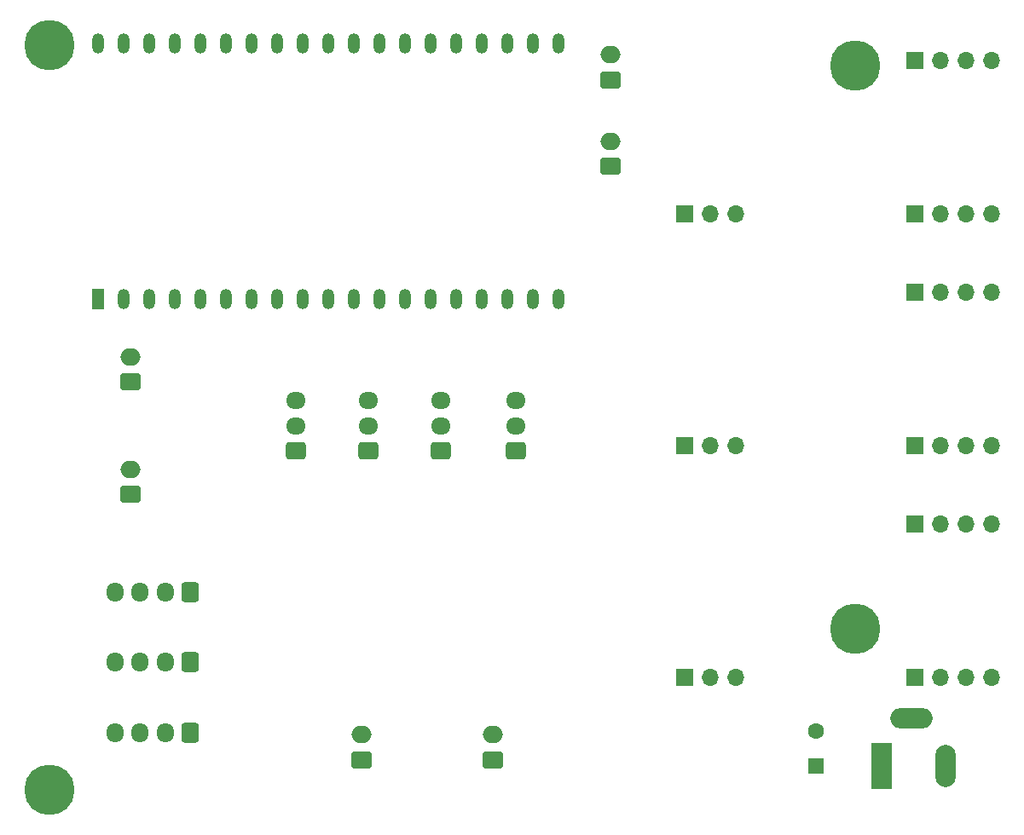
<source format=gbs>
%TF.GenerationSoftware,KiCad,Pcbnew,(6.0.8)*%
%TF.CreationDate,2023-01-08T14:39:41+01:00*%
%TF.ProjectId,MainPCB-Rev2,4d61696e-5043-4422-9d52-6576322e6b69,rev?*%
%TF.SameCoordinates,Original*%
%TF.FileFunction,Soldermask,Bot*%
%TF.FilePolarity,Negative*%
%FSLAX46Y46*%
G04 Gerber Fmt 4.6, Leading zero omitted, Abs format (unit mm)*
G04 Created by KiCad (PCBNEW (6.0.8)) date 2023-01-08 14:39:41*
%MOMM*%
%LPD*%
G01*
G04 APERTURE LIST*
G04 Aperture macros list*
%AMRoundRect*
0 Rectangle with rounded corners*
0 $1 Rounding radius*
0 $2 $3 $4 $5 $6 $7 $8 $9 X,Y pos of 4 corners*
0 Add a 4 corners polygon primitive as box body*
4,1,4,$2,$3,$4,$5,$6,$7,$8,$9,$2,$3,0*
0 Add four circle primitives for the rounded corners*
1,1,$1+$1,$2,$3*
1,1,$1+$1,$4,$5*
1,1,$1+$1,$6,$7*
1,1,$1+$1,$8,$9*
0 Add four rect primitives between the rounded corners*
20,1,$1+$1,$2,$3,$4,$5,0*
20,1,$1+$1,$4,$5,$6,$7,0*
20,1,$1+$1,$6,$7,$8,$9,0*
20,1,$1+$1,$8,$9,$2,$3,0*%
G04 Aperture macros list end*
%ADD10RoundRect,0.250000X0.600000X0.725000X-0.600000X0.725000X-0.600000X-0.725000X0.600000X-0.725000X0*%
%ADD11O,1.700000X1.950000*%
%ADD12RoundRect,0.250000X0.750000X-0.600000X0.750000X0.600000X-0.750000X0.600000X-0.750000X-0.600000X0*%
%ADD13O,2.000000X1.700000*%
%ADD14R,1.200000X2.000000*%
%ADD15O,1.200000X2.000000*%
%ADD16R,1.700000X1.700000*%
%ADD17O,1.700000X1.700000*%
%ADD18RoundRect,0.250000X0.725000X-0.600000X0.725000X0.600000X-0.725000X0.600000X-0.725000X-0.600000X0*%
%ADD19O,1.950000X1.700000*%
%ADD20R,2.000000X4.600000*%
%ADD21O,2.000000X4.200000*%
%ADD22O,4.200000X2.000000*%
%ADD23C,5.000000*%
%ADD24R,1.600000X1.600000*%
%ADD25C,1.600000*%
G04 APERTURE END LIST*
D10*
X47000000Y-121325000D03*
D11*
X44500000Y-121325000D03*
X42000000Y-121325000D03*
X39500000Y-121325000D03*
D12*
X64000000Y-124000000D03*
D13*
X64000000Y-121500000D03*
D14*
X37796560Y-78200000D03*
D15*
X40336560Y-78200000D03*
X42876560Y-78200000D03*
X45416560Y-78200000D03*
X47956560Y-78200000D03*
X50496560Y-78200000D03*
X53036560Y-78200000D03*
X55576560Y-78200000D03*
X58116560Y-78200000D03*
X60656560Y-78200000D03*
X63196560Y-78200000D03*
X65736560Y-78200000D03*
X68276560Y-78200000D03*
X70816560Y-78200000D03*
X73356560Y-78200000D03*
X75896560Y-78200000D03*
X78436560Y-78200000D03*
X80976560Y-78200000D03*
X83516560Y-78200000D03*
X83513840Y-52803680D03*
X80973840Y-52803680D03*
X78436560Y-52800000D03*
X75896560Y-52800000D03*
X73356560Y-52800000D03*
X70816560Y-52800000D03*
X68276560Y-52800000D03*
X65736560Y-52800000D03*
X63196560Y-52800000D03*
X60656560Y-52800000D03*
X58116560Y-52800000D03*
X55576560Y-52800000D03*
X53036560Y-52800000D03*
X50496560Y-52800000D03*
X47956560Y-52800000D03*
X45416560Y-52800000D03*
X42876560Y-52800000D03*
X40336560Y-52800000D03*
X37796560Y-52800000D03*
D16*
X118900000Y-115780000D03*
D17*
X123980000Y-100540000D03*
D16*
X118900000Y-100540000D03*
D17*
X123980000Y-115780000D03*
X126520000Y-100540000D03*
X121440000Y-115780000D03*
X126520000Y-115780000D03*
X121440000Y-100540000D03*
D16*
X96040000Y-115780000D03*
D17*
X98580000Y-115780000D03*
X101120000Y-115780000D03*
D18*
X64675000Y-93300000D03*
D19*
X64675000Y-90800000D03*
X64675000Y-88300000D03*
D20*
X115650000Y-124650000D03*
D21*
X121950000Y-124650000D03*
D22*
X118550000Y-119850000D03*
D12*
X88675000Y-56450000D03*
D13*
X88675000Y-53950000D03*
D18*
X57450000Y-93300000D03*
D19*
X57450000Y-90800000D03*
X57450000Y-88300000D03*
D23*
X33000000Y-53000000D03*
D12*
X41000000Y-86450000D03*
D13*
X41000000Y-83950000D03*
D12*
X41000000Y-97650000D03*
D13*
X41000000Y-95150000D03*
D18*
X79275000Y-93300000D03*
D19*
X79275000Y-90800000D03*
X79275000Y-88300000D03*
D12*
X88675000Y-65050000D03*
D13*
X88675000Y-62550000D03*
D17*
X123980000Y-77540000D03*
X123980000Y-92780000D03*
D16*
X118900000Y-92780000D03*
X118900000Y-77540000D03*
D17*
X121440000Y-77540000D03*
X121440000Y-92780000D03*
X126520000Y-77540000D03*
X126520000Y-92780000D03*
D16*
X96040000Y-92780000D03*
D17*
X98580000Y-92780000D03*
X101120000Y-92780000D03*
D12*
X77000000Y-124000000D03*
D13*
X77000000Y-121500000D03*
D18*
X71875000Y-93300000D03*
D19*
X71875000Y-90800000D03*
X71875000Y-88300000D03*
D23*
X113000000Y-55000000D03*
D17*
X123980000Y-69780000D03*
D16*
X118900000Y-69780000D03*
X118900000Y-54540000D03*
D17*
X123980000Y-54540000D03*
X126520000Y-54540000D03*
X121440000Y-69780000D03*
X121440000Y-54540000D03*
X126520000Y-69780000D03*
D16*
X96040000Y-69780000D03*
D17*
X98580000Y-69780000D03*
X101120000Y-69780000D03*
D10*
X47000000Y-107325000D03*
D11*
X44500000Y-107325000D03*
X42000000Y-107325000D03*
X39500000Y-107325000D03*
D10*
X47000000Y-114325000D03*
D11*
X44500000Y-114325000D03*
X42000000Y-114325000D03*
X39500000Y-114325000D03*
D24*
X109100000Y-124652651D03*
D25*
X109100000Y-121152651D03*
D23*
X113000000Y-111000000D03*
X33000000Y-127000000D03*
M02*

</source>
